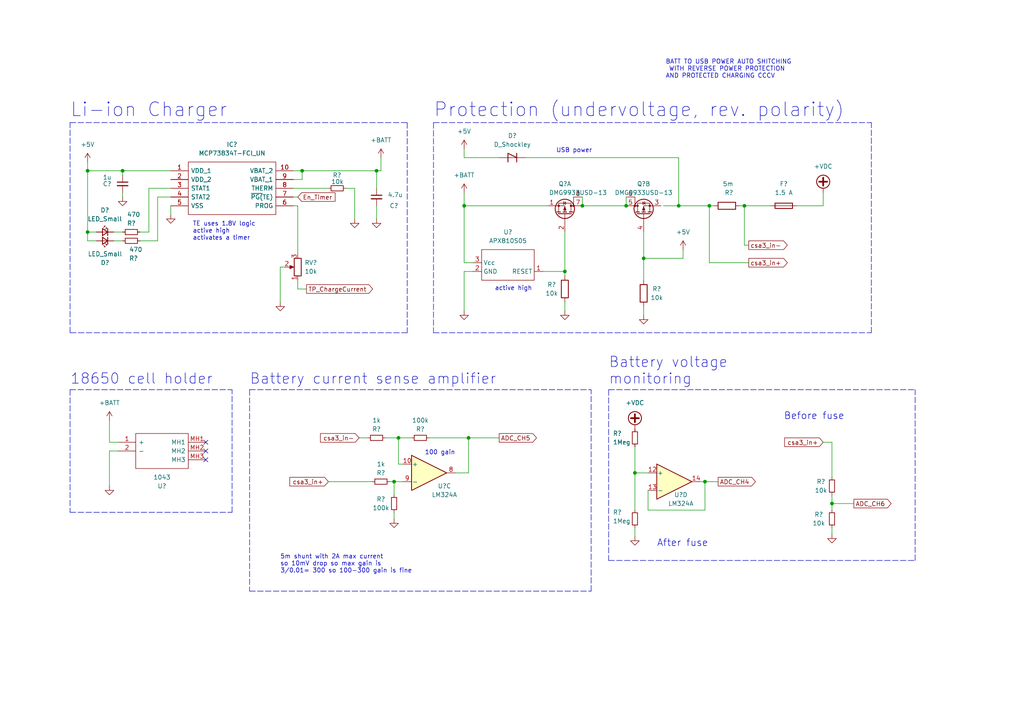
<source format=kicad_sch>
(kicad_sch (version 20211123) (generator eeschema)
  (paper "A4")
  (lib_symbols
    (symbol "Amplifier_Operational:LM324A" (pin_names (offset 0.127))
      (property "Reference" "U" (at 0 5.08 0))
      (property "Value" "LM324A" (at 0 -5.08 0))
      (symbol "LM324A_1_1"
        (polyline (pts (xy -5.08 5.08) (xy 5.08 0) (xy -5.08 -5.08) (xy -5.08 5.08)) (stroke (width 0.254)) (fill (type background)))
        (pin output line (at 7.62 0 180) (length 2.54) (name "~") (number "1"))
        (pin input line (at -7.62 -2.54 0) (length 2.54) (name "-") (number "2"))
        (pin input line (at -7.62 2.54 0) (length 2.54) (name "+") (number "3"))
      )
      (symbol "LM324A_2_1"
        (polyline (pts (xy -5.08 5.08) (xy 5.08 0) (xy -5.08 -5.08) (xy -5.08 5.08)) (stroke (width 0.254)) (fill (type background)))
        (pin input line (at -7.62 2.54 0) (length 2.54) (name "+") (number "5"))
        (pin input line (at -7.62 -2.54 0) (length 2.54) (name "-") (number "6"))
        (pin output line (at 7.62 0 180) (length 2.54) (name "~") (number "7"))
      )
      (symbol "LM324A_3_1"
        (polyline (pts (xy -5.08 5.08) (xy 5.08 0) (xy -5.08 -5.08) (xy -5.08 5.08)) (stroke (width 0.254)) (fill (type background)))
        (pin input line (at -7.62 2.54 0) (length 2.54) (name "+") (number "10"))
        (pin output line (at 7.62 0 180) (length 2.54) (name "~") (number "8"))
        (pin input line (at -7.62 -2.54 0) (length 2.54) (name "-") (number "9"))
      )
      (symbol "LM324A_4_1"
        (polyline (pts (xy -5.08 5.08) (xy 5.08 0) (xy -5.08 -5.08) (xy -5.08 5.08)) (stroke (width 0.254)) (fill (type background)))
        (pin input line (at -7.62 2.54 0) (length 2.54) (name "+") (number "12"))
        (pin input line (at -7.62 -2.54 0) (length 2.54) (name "-") (number "13"))
        (pin output line (at 7.62 0 180) (length 2.54) (name "~") (number "14"))
      )
      (symbol "LM324A_5_1"
        (pin power_in line (at -2.54 -7.62 90) (length 3.81) (name "V-") (number "11"))
        (pin power_in line (at -2.54 7.62 270) (length 3.81) (name "V+") (number "4"))
      )
    )
    (symbol "Device:C_Small" (pin_numbers hide) (pin_names (offset 0.254) hide)
      (property "Reference" "C" (at 0.254 1.778 0))
      (property "Value" "C_Small" (at 0.254 -2.032 0))
      (symbol "C_Small_0_1"
        (polyline (pts (xy -1.524 -0.508) (xy 1.524 -0.508)) (stroke (width 0.3302)))
        (polyline (pts (xy -1.524 0.508) (xy 1.524 0.508)) (stroke (width 0.3048)))
      )
      (symbol "C_Small_1_1"
        (pin passive line (at 0 2.54 270) (length 2.032) (name "~") (number "1"))
        (pin passive line (at 0 -2.54 90) (length 2.032) (name "~") (number "2"))
      )
    )
    (symbol "Device:D_Shockley" (pin_numbers hide) (pin_names (offset 1.016) hide)
      (property "Reference" "D" (at 0 2.54 0))
      (property "Value" "D_Shockley" (at 0 -2.54 0))
      (symbol "D_Shockley_0_1"
        (polyline (pts (xy -1.27 0) (xy 1.27 0)))
        (polyline (pts (xy -1.27 1.27) (xy -1.27 -1.27)) (stroke (width 0.254)))
        (polyline (pts (xy -1.27 0) (xy 1.27 1.27) (xy 1.27 -1.27)) (stroke (width 0.254)))
      )
      (symbol "D_Shockley_1_1"
        (pin passive line (at -3.81 0 0) (length 2.54) (name "K") (number "1"))
        (pin passive line (at 3.81 0 180) (length 2.54) (name "A") (number "2"))
      )
    )
    (symbol "Device:Fuse" (pin_numbers hide) (pin_names (offset 0))
      (property "Reference" "F" (at 2.032 0 90))
      (property "Value" "Fuse" (at -1.905 0 90))
      (symbol "Fuse_0_1"
        (rectangle (start -0.762 -2.54) (end 0.762 2.54) (stroke (width 0.254)))
        (polyline (pts (xy 0 2.54) (xy 0 -2.54)))
      )
      (symbol "Fuse_1_1"
        (pin passive line (at 0 3.81 270) (length 1.27) (name "~") (number "1"))
        (pin passive line (at 0 -3.81 90) (length 1.27) (name "~") (number "2"))
      )
    )
    (symbol "Device:LED_Small" (pin_numbers hide) (pin_names (offset 0.254) hide)
      (property "Reference" "D" (at -1.27 3.175 0))
      (property "Value" "LED_Small" (at -4.445 -2.54 0))
      (symbol "LED_Small_0_1"
        (polyline (pts (xy -0.762 -1.016) (xy -0.762 1.016)) (stroke (width 0.254)))
        (polyline (pts (xy 1.016 0) (xy -0.762 0)))
        (polyline (pts (xy 0.762 -1.016) (xy -0.762 0) (xy 0.762 1.016) (xy 0.762 -1.016)) (stroke (width 0.254)))
        (polyline (pts (xy 0 0.762) (xy -0.508 1.27) (xy -0.254 1.27) (xy -0.508 1.27) (xy -0.508 1.016)))
        (polyline (pts (xy 0.508 1.27) (xy 0 1.778) (xy 0.254 1.778) (xy 0 1.778) (xy 0 1.524)))
      )
      (symbol "LED_Small_1_1"
        (pin passive line (at -2.54 0 0) (length 1.778) (name "K") (number "1"))
        (pin passive line (at 2.54 0 180) (length 1.778) (name "A") (number "2"))
      )
    )
    (symbol "Device:Q_Dual_PMOS_S1G1S2G2D2D2D1D1" (pin_names (offset 0) hide)
      (property "Reference" "Q" (at 6.35 1.27 0))
      (property "Value" "Q_Dual_PMOS_S1G1S2G2D2D2D1D1" (at 21.59 -1.27 0))
      (symbol "Q_Dual_PMOS_S1G1S2G2D2D2D1D1_0_1"
        (polyline (pts (xy 0.254 0) (xy -2.54 0)))
        (polyline (pts (xy 0.254 1.905) (xy 0.254 -1.905)) (stroke (width 0.254)))
        (polyline (pts (xy 0.762 -1.27) (xy 0.762 -2.286)) (stroke (width 0.254)))
        (polyline (pts (xy 0.762 0.508) (xy 0.762 -0.508)) (stroke (width 0.254)))
        (polyline (pts (xy 0.762 2.286) (xy 0.762 1.27)) (stroke (width 0.254)))
        (polyline (pts (xy 2.54 2.54) (xy 2.54 1.778)))
        (polyline (pts (xy 2.54 -2.54) (xy 2.54 0) (xy 0.762 0)))
        (polyline (pts (xy 0.762 1.778) (xy 3.302 1.778) (xy 3.302 -1.778) (xy 0.762 -1.778)))
        (polyline (pts (xy 2.286 0) (xy 1.27 0.381) (xy 1.27 -0.381) (xy 2.286 0)) (fill (type outline)))
        (polyline (pts (xy 2.794 -0.508) (xy 2.921 -0.381) (xy 3.683 -0.381) (xy 3.81 -0.254)))
        (polyline (pts (xy 3.302 -0.381) (xy 2.921 0.254) (xy 3.683 0.254) (xy 3.302 -0.381)))
        (circle (center 1.651 0) (radius 2.794) (stroke (width 0.254)))
        (circle (center 2.54 -1.778) (radius 0.254) (fill (type outline)))
        (circle (center 2.54 1.778) (radius 0.254) (fill (type outline)))
        (circle (center 2.54 2.54) (radius 0.254) (fill (type outline)))
        (rectangle (start 5.08 2.54) (end 2.54 2.54))
      )
      (symbol "Q_Dual_PMOS_S1G1S2G2D2D2D1D1_1_1"
        (pin passive line (at 2.54 -5.08 90) (length 2.54) (name "S") (number "1"))
        (pin input line (at -5.08 0 0) (length 2.54) (name "G") (number "2"))
        (pin passive line (at 2.54 5.08 270) (length 2.54) (name "D") (number "7"))
        (pin passive line (at 5.08 5.08 270) (length 2.54) (name "G") (number "8"))
      )
      (symbol "Q_Dual_PMOS_S1G1S2G2D2D2D1D1_2_1"
        (pin passive line (at 2.54 -5.08 90) (length 2.54) (name "S") (number "3"))
        (pin input line (at -5.08 0 0) (length 2.54) (name "G") (number "4"))
        (pin passive line (at 2.54 5.08 270) (length 2.54) (name "D") (number "5"))
        (pin passive line (at 5.08 5.08 270) (length 2.54) (name "G") (number "6"))
      )
    )
    (symbol "Device:R" (pin_numbers hide) (pin_names (offset 0))
      (property "Reference" "R" (at 2.032 0 90))
      (property "Value" "R" (at 0 0 90))
      (symbol "R_0_1"
        (rectangle (start -1.016 -2.54) (end 1.016 2.54) (stroke (width 0.254)))
      )
      (symbol "R_1_1"
        (pin passive line (at 0 3.81 270) (length 1.27) (name "~") (number "1"))
        (pin passive line (at 0 -3.81 90) (length 1.27) (name "~") (number "2"))
      )
    )
    (symbol "Device:R_Potentiometer" (pin_names (offset 1.016) hide)
      (property "Reference" "RV" (at -4.445 0 90))
      (property "Value" "R_Potentiometer" (at -2.54 0 90))
      (symbol "R_Potentiometer_0_1"
        (polyline (pts (xy 2.54 0) (xy 1.524 0)))
        (polyline (pts (xy 1.143 0) (xy 2.286 0.508) (xy 2.286 -0.508) (xy 1.143 0)) (fill (type outline)))
        (rectangle (start 1.016 2.54) (end -1.016 -2.54) (stroke (width 0.254)))
      )
      (symbol "R_Potentiometer_1_1"
        (pin passive line (at 0 3.81 270) (length 1.27) (name "1") (number "1"))
        (pin passive line (at 3.81 0 180) (length 1.27) (name "2") (number "2"))
        (pin passive line (at 0 -3.81 90) (length 1.27) (name "3") (number "3"))
      )
    )
    (symbol "Device:R_Small" (pin_numbers hide) (pin_names (offset 0.254) hide)
      (property "Reference" "R" (at 0.762 0.508 0))
      (property "Value" "R_Small" (at 0.762 -1.016 0))
      (symbol "R_Small_0_1"
        (rectangle (start -0.762 1.778) (end 0.762 -1.778) (stroke (width 0.2032)))
      )
      (symbol "R_Small_1_1"
        (pin passive line (at 0 2.54 270) (length 0.762) (name "~") (number "1"))
        (pin passive line (at 0 -2.54 90) (length 0.762) (name "~") (number "2"))
      )
    )
    (symbol "My_custom_lib:APX810S05"
      (property "Reference" "U" (at 0 6.35 0))
      (property "Value" "APX810S05" (at 0 3.81 0))
      (symbol "APX810S05_0_1"
        (rectangle (start -6.35 5.08) (end 8.89 -3.81))
      )
      (symbol "APX810S05_1_1"
        (pin output line (at 11.43 -1.27 180) (length 2.54) (name "RESET") (number "1"))
        (pin power_in line (at -8.89 -1.27 0) (length 2.54) (name "GND") (number "2"))
        (pin power_in line (at -8.89 1.27 0) (length 2.54) (name "Vcc") (number "3"))
      )
    )
    (symbol "SamacSys_Parts:1043" (pin_names (offset 0.762))
      (property "Reference" "U" (at 10.16 7.62 0))
      (property "Value" "1043" (at 10.16 5.08 0))
      (symbol "1043_0_0"
        (pin passive line (at 0 0 0) (length 5.08) (name "+") (number "1"))
        (pin passive line (at 0 -2.54 0) (length 5.08) (name "-") (number "2"))
        (pin passive line (at 25.4 0 180) (length 5.08) (name "MH1") (number "MH1"))
        (pin passive line (at 25.4 -2.54 180) (length 5.08) (name "MH2") (number "MH2"))
        (pin passive line (at 25.4 -5.08 180) (length 5.08) (name "MH3") (number "MH3"))
      )
      (symbol "1043_0_1"
        (polyline (pts (xy 5.08 2.54) (xy 20.32 2.54) (xy 20.32 -7.62) (xy 5.08 -7.62) (xy 5.08 2.54)) (stroke (width 0.1524)))
      )
    )
    (symbol "SamacSys_Parts:MCP73834T-FCI_UN" (pin_names (offset 0.762))
      (property "Reference" "IC" (at 31.75 7.62 0))
      (property "Value" "MCP73834T-FCI_UN" (at 31.75 5.08 0))
      (symbol "MCP73834T-FCI_UN_0_0"
        (pin passive line (at 0 0 0) (length 5.08) (name "VDD_1") (number "1"))
        (pin passive line (at 35.56 0 180) (length 5.08) (name "VBAT_2") (number "10"))
        (pin passive line (at 0 -2.54 0) (length 5.08) (name "VDD_2") (number "2"))
        (pin passive line (at 0 -5.08 0) (length 5.08) (name "STAT1") (number "3"))
        (pin passive line (at 0 -7.62 0) (length 5.08) (name "STAT2") (number "4"))
        (pin passive line (at 0 -10.16 0) (length 5.08) (name "VSS") (number "5"))
        (pin passive line (at 35.56 -10.16 180) (length 5.08) (name "PROG") (number "6"))
        (pin passive line (at 35.56 -7.62 180) (length 5.08) (name "~{PG(}TE)") (number "7"))
        (pin passive line (at 35.56 -5.08 180) (length 5.08) (name "THERM") (number "8"))
        (pin passive line (at 35.56 -2.54 180) (length 5.08) (name "VBAT_1") (number "9"))
      )
      (symbol "MCP73834T-FCI_UN_0_1"
        (polyline (pts (xy 5.08 2.54) (xy 30.48 2.54) (xy 30.48 -12.7) (xy 5.08 -12.7) (xy 5.08 2.54)) (stroke (width 0.1524)))
      )
    )
    (symbol "power:+5V" (power) (pin_names (offset 0))
      (property "Value" "+5V" (at 0 3.556 0))
      (symbol "+5V_0_1"
        (polyline (pts (xy -0.762 1.27) (xy 0 2.54)))
        (polyline (pts (xy 0 0) (xy 0 2.54)))
        (polyline (pts (xy 0 2.54) (xy 0.762 1.27)))
      )
      (symbol "+5V_1_1"
        (pin power_in line (at 0 0 90) (length 0) hide (name "+5V") (number "1"))
      )
    )
    (symbol "power:+BATT" (power) (pin_names (offset 0))
      (property "Value" "+BATT" (at 0 3.556 0))
      (symbol "+BATT_0_1"
        (polyline (pts (xy -0.762 1.27) (xy 0 2.54)))
        (polyline (pts (xy 0 0) (xy 0 2.54)))
        (polyline (pts (xy 0 2.54) (xy 0.762 1.27)))
      )
      (symbol "+BATT_1_1"
        (pin power_in line (at 0 0 90) (length 0) hide (name "+BATT") (number "1"))
      )
    )
    (symbol "power:+VDC" (power) (pin_names (offset 0))
      (property "Value" "+VDC" (at 0 6.35 0))
      (symbol "+VDC_0_1"
        (polyline (pts (xy -1.143 3.175) (xy 1.143 3.175)) (stroke (width 0.508)))
        (polyline (pts (xy 0 0) (xy 0 1.27)))
        (polyline (pts (xy 0 2.032) (xy 0 4.318)) (stroke (width 0.508)))
        (circle (center 0 3.175) (radius 1.905) (stroke (width 0.254)))
      )
      (symbol "+VDC_1_1"
        (pin power_in line (at 0 0 90) (length 0) hide (name "+VDC") (number "1"))
      )
    )
    (symbol "power:GND" (power) (pin_names (offset 0))
      (property "Value" "GND" (at 0 -3.81 0))
      (symbol "GND_0_1"
        (polyline (pts (xy 0 0) (xy 0 -1.27) (xy 1.27 -1.27) (xy 0 -2.54) (xy -1.27 -1.27) (xy 0 -1.27)))
      )
      (symbol "GND_1_1"
        (pin power_in line (at 0 0 270) (length 0) hide (name "GND") (number "1"))
      )
    )
  )
  (junction (at 186.69 74.93))
  (junction (at 135.89 127))
  (junction (at 115.57 127))
  (junction (at 168.91 59.69))
  (junction (at 163.83 78.74))
  (junction (at 215.9 59.69))
  (junction (at 241.3 146.05))
  (junction (at 109.22 49.53))
  (junction (at 35.56 49.53))
  (junction (at 25.4 49.53))
  (junction (at 184.15 137.16))
  (junction (at 134.62 59.69))
  (junction (at 114.3 139.7))
  (junction (at 25.4 67.31))
  (junction (at 204.47 139.7))
  (junction (at 196.85 59.69))
  (junction (at 181.61 59.69))
  (junction (at 87.63 49.53))
  (junction (at 205.74 59.69))
  (no_connect (at 59.69 133.35))
  (no_connect (at 59.69 130.81))
  (no_connect (at 59.69 128.27))
  (wire (pts (xy 134.62 78.74) (xy 134.62 90.17)))
  (wire (pts (xy 86.36 59.69) (xy 85.09 59.69)))
  (wire (pts (xy 135.89 127) (xy 144.78 127)))
  (polyline (pts (xy 118.11 96.52) (xy 20.32 96.52)))
  (wire (pts (xy 35.56 50.8) (xy 35.56 49.53)))
  (polyline (pts (xy 176.53 162.56) (xy 265.43 162.56)))
  (wire (pts (xy 33.02 69.85) (xy 35.56 69.85)))
  (wire (pts (xy 109.22 49.53) (xy 110.49 49.53)))
  (wire (pts (xy 85.09 57.15) (xy 86.36 57.15)))
  (wire (pts (xy 134.62 76.2) (xy 137.16 76.2)))
  (polyline (pts (xy 252.73 96.52) (xy 252.73 35.56)))
  (wire (pts (xy 163.83 67.31) (xy 163.83 78.74)))
  (wire (pts (xy 134.62 59.69) (xy 134.62 76.2)))
  (wire (pts (xy 114.3 139.7) (xy 116.84 139.7)))
  (wire (pts (xy 163.83 87.63) (xy 163.83 90.17)))
  (wire (pts (xy 192.405 59.69) (xy 196.85 59.69)))
  (wire (pts (xy 231.14 59.69) (xy 238.76 59.69)))
  (wire (pts (xy 217.17 76.2) (xy 205.74 76.2)))
  (wire (pts (xy 134.62 55.88) (xy 134.62 59.69)))
  (wire (pts (xy 134.62 78.74) (xy 137.16 78.74)))
  (wire (pts (xy 25.4 46.99) (xy 25.4 49.53)))
  (wire (pts (xy 215.9 59.69) (xy 215.9 71.12)))
  (wire (pts (xy 204.47 139.7) (xy 203.2 139.7)))
  (wire (pts (xy 87.63 49.53) (xy 109.22 49.53)))
  (wire (pts (xy 205.74 59.69) (xy 207.01 59.69)))
  (wire (pts (xy 132.08 137.16) (xy 135.89 137.16)))
  (wire (pts (xy 110.49 45.72) (xy 110.49 49.53)))
  (wire (pts (xy 34.29 128.27) (xy 31.75 128.27)))
  (wire (pts (xy 205.74 76.2) (xy 205.74 59.69)))
  (wire (pts (xy 102.87 54.61) (xy 102.87 63.5)))
  (wire (pts (xy 111.76 127) (xy 115.57 127)))
  (wire (pts (xy 198.12 72.39) (xy 198.12 74.93)))
  (wire (pts (xy 102.87 54.61) (xy 100.33 54.61)))
  (wire (pts (xy 114.3 148.59) (xy 114.3 150.495)))
  (wire (pts (xy 95.25 139.7) (xy 107.95 139.7)))
  (wire (pts (xy 215.9 59.69) (xy 223.52 59.69)))
  (wire (pts (xy 187.96 147.955) (xy 187.96 142.24)))
  (wire (pts (xy 40.64 67.31) (xy 43.18 67.31)))
  (wire (pts (xy 204.47 139.7) (xy 204.47 147.955)))
  (polyline (pts (xy 118.11 35.56) (xy 118.11 96.52)))
  (wire (pts (xy 27.94 67.31) (xy 25.4 67.31)))
  (wire (pts (xy 109.22 54.61) (xy 109.22 49.53)))
  (wire (pts (xy 196.85 45.72) (xy 196.85 59.69)))
  (wire (pts (xy 134.62 59.69) (xy 158.75 59.69)))
  (polyline (pts (xy 20.32 148.59) (xy 67.31 148.59)))
  (wire (pts (xy 43.18 54.61) (xy 49.53 54.61)))
  (wire (pts (xy 157.48 78.74) (xy 163.83 78.74)))
  (wire (pts (xy 163.83 78.74) (xy 163.83 80.01)))
  (wire (pts (xy 35.56 55.88) (xy 35.56 57.15)))
  (wire (pts (xy 238.76 128.27) (xy 241.3 128.27)))
  (wire (pts (xy 25.4 49.53) (xy 35.56 49.53)))
  (polyline (pts (xy 72.39 171.45) (xy 171.45 171.45)))
  (wire (pts (xy 115.57 127) (xy 115.57 134.62)))
  (wire (pts (xy 204.47 147.955) (xy 187.96 147.955)))
  (wire (pts (xy 86.36 73.66) (xy 86.36 59.69)))
  (wire (pts (xy 104.14 127) (xy 106.68 127)))
  (wire (pts (xy 49.53 59.69) (xy 49.53 62.23)))
  (polyline (pts (xy 176.53 113.03) (xy 176.53 162.56)))
  (wire (pts (xy 87.63 49.53) (xy 85.09 49.53)))
  (polyline (pts (xy 125.73 96.52) (xy 252.73 96.52)))
  (wire (pts (xy 217.17 71.12) (xy 215.9 71.12)))
  (polyline (pts (xy 20.32 96.52) (xy 20.32 35.56)))
  (polyline (pts (xy 125.73 35.56) (xy 252.73 35.56)))
  (wire (pts (xy 152.4 45.72) (xy 196.85 45.72)))
  (wire (pts (xy 241.3 143.51) (xy 241.3 146.05)))
  (wire (pts (xy 196.85 59.69) (xy 205.74 59.69)))
  (wire (pts (xy 86.36 81.28) (xy 86.36 83.82)))
  (wire (pts (xy 124.46 127) (xy 135.89 127)))
  (wire (pts (xy 43.18 67.31) (xy 43.18 54.61)))
  (wire (pts (xy 45.72 69.85) (xy 45.72 57.15)))
  (wire (pts (xy 40.64 69.85) (xy 45.72 69.85)))
  (wire (pts (xy 241.3 128.27) (xy 241.3 138.43)))
  (polyline (pts (xy 20.32 35.56) (xy 118.11 35.56)))
  (wire (pts (xy 115.57 134.62) (xy 116.84 134.62)))
  (wire (pts (xy 186.69 74.93) (xy 198.12 74.93)))
  (wire (pts (xy 186.69 67.31) (xy 186.69 74.93)))
  (polyline (pts (xy 171.45 171.45) (xy 171.45 113.03)))
  (wire (pts (xy 186.69 88.9) (xy 186.69 91.44)))
  (wire (pts (xy 109.22 59.69) (xy 109.22 63.5)))
  (wire (pts (xy 135.89 137.16) (xy 135.89 127)))
  (wire (pts (xy 85.09 52.07) (xy 87.63 52.07)))
  (wire (pts (xy 45.72 57.15) (xy 49.53 57.15)))
  (wire (pts (xy 134.62 45.72) (xy 144.78 45.72)))
  (wire (pts (xy 81.28 77.47) (xy 82.55 77.47)))
  (wire (pts (xy 241.3 146.05) (xy 241.3 147.955)))
  (wire (pts (xy 168.91 59.69) (xy 181.61 59.69)))
  (wire (pts (xy 25.4 67.31) (xy 25.4 69.85)))
  (wire (pts (xy 31.75 128.27) (xy 31.75 121.92)))
  (wire (pts (xy 238.76 55.88) (xy 238.76 59.69)))
  (wire (pts (xy 33.02 67.31) (xy 35.56 67.31)))
  (wire (pts (xy 208.28 139.7) (xy 204.47 139.7)))
  (polyline (pts (xy 20.32 113.03) (xy 67.31 113.03)))
  (wire (pts (xy 31.75 130.81) (xy 34.29 130.81)))
  (polyline (pts (xy 176.53 113.03) (xy 265.43 113.03)))
  (wire (pts (xy 181.61 57.15) (xy 181.61 59.69)))
  (wire (pts (xy 184.15 153.035) (xy 184.15 155.575)))
  (polyline (pts (xy 72.39 113.03) (xy 72.39 171.45)))
  (wire (pts (xy 247.65 146.05) (xy 241.3 146.05)))
  (polyline (pts (xy 265.43 162.56) (xy 265.43 113.03)))
  (wire (pts (xy 113.03 139.7) (xy 114.3 139.7)))
  (wire (pts (xy 241.3 153.035) (xy 241.3 154.94)))
  (polyline (pts (xy 67.31 148.59) (xy 67.31 113.03)))
  (wire (pts (xy 25.4 69.85) (xy 27.94 69.85)))
  (wire (pts (xy 184.15 129.54) (xy 184.15 137.16)))
  (wire (pts (xy 87.63 52.07) (xy 87.63 49.53)))
  (polyline (pts (xy 72.39 113.03) (xy 171.45 113.03)))
  (wire (pts (xy 25.4 49.53) (xy 25.4 67.31)))
  (wire (pts (xy 114.3 139.7) (xy 114.3 143.51)))
  (wire (pts (xy 186.69 74.93) (xy 186.69 81.28)))
  (wire (pts (xy 31.75 140.97) (xy 31.75 130.81)))
  (wire (pts (xy 115.57 127) (xy 119.38 127)))
  (wire (pts (xy 134.62 43.18) (xy 134.62 45.72)))
  (wire (pts (xy 85.09 54.61) (xy 95.25 54.61)))
  (polyline (pts (xy 20.32 113.03) (xy 20.32 148.59)))
  (wire (pts (xy 214.63 59.69) (xy 215.9 59.69)))
  (polyline (pts (xy 125.73 35.56) (xy 125.73 96.52)))
  (wire (pts (xy 35.56 49.53) (xy 49.53 49.53)))
  (wire (pts (xy 168.91 57.15) (xy 168.91 59.69)))
  (wire (pts (xy 184.15 137.16) (xy 184.15 147.955)))
  (wire (pts (xy 187.96 137.16) (xy 184.15 137.16)))
  (wire (pts (xy 86.36 83.82) (xy 88.9 83.82)))
  (wire (pts (xy 81.28 87.63) (xy 81.28 77.47)))
  (text "TE uses 1.8V logic\nactive high\nactivates a timer" (at 55.88 69.85 0) (effects (font (size 1.27 1.27)) (justify left bottom)))
  (text "Li-ion Charger" (at 20.32 34.29 0) (effects (font (size 4 4)) (justify left bottom)))
  (text "BATT TO USB POWER AUTO SHITCHING\n WITH REVERSE POWER PROTECTION\nAND PROTECTED CHARGING CCCV" (at 193.04 22.86 0) (effects (font (size 1.27 1.27)) (justify left bottom)))
  (text "100 gain" (at 123.19 132.08 0) (effects (font (size 1.27 1.27)) (justify left bottom)))
  (text "Battery voltage\nmonitoring" (at 176.53 111.76 0) (effects (font (size 3 3)) (justify left bottom)))
  (text "5m shunt with 2A max current\nso 10mV drop so max gain is\n3/0.01= 300 so 100-300 gain is fine" (at 81.28 166.37 0) (effects (font (size 1.27 1.27)) (justify left bottom)))
  (text "Battery current sense amplifier" (at 72.39 111.76 0) (effects (font (size 3 3)) (justify left bottom)))
  (text "active high" (at 143.51 84.455 0) (effects (font (size 1.27 1.27)) (justify left bottom)))
  (text "After fuse" (at 190.5 158.75 0) (effects (font (size 2 2)) (justify left bottom)))
  (text "18650 cell holder" (at 20.32 111.76 0) (effects (font (size 3 3)) (justify left bottom)))
  (text "Before fuse" (at 227.33 121.92 0) (effects (font (size 2 2)) (justify left bottom)))
  (text "USB power" (at 161.29 44.45 0) (effects (font (size 1.27 1.27)) (justify left bottom)))
  (text "Protection (undervoltage, rev. polarity)" (at 125.73 34.29 0) (effects (font (size 4 4)) (justify left bottom)))
  (global_label "csa3_in+" (shape output) (at 217.17 76.2 0) (property "Intersheet References" "${INTERSHEET_REFS}" (effects hide)))
  (global_label "ADC_CH6" (shape output) (at 247.65 146.05 0) (property "Intersheet References" "${INTERSHEET_REFS}" (effects hide)))
  (global_label "ADC_CH5" (shape output) (at 144.78 127 0) (property "Intersheet References" "${INTERSHEET_REFS}" (effects hide)))
  (global_label "csa3_in-" (shape input) (at 104.14 127 180) (property "Intersheet References" "${INTERSHEET_REFS}" (effects hide)))
  (global_label "ADC_CH4" (shape output) (at 208.28 139.7 0) (property "Intersheet References" "${INTERSHEET_REFS}" (effects hide)))
  (global_label "En_Timer" (shape input) (at 86.36 57.15 0) (property "Intersheet References" "${INTERSHEET_REFS}" (effects hide)))
  (global_label "csa3_in-" (shape output) (at 217.17 71.12 0) (property "Intersheet References" "${INTERSHEET_REFS}" (effects hide)))
  (global_label "csa3_in+" (shape input) (at 95.25 139.7 180) (property "Intersheet References" "${INTERSHEET_REFS}" (effects hide)))
  (global_label "TP_ChargeCurrent" (shape output) (at 88.9 83.82 0) (property "Intersheet References" "${INTERSHEET_REFS}" (effects hide)))
  (global_label "csa3_in+" (shape input) (at 238.76 128.27 180) (property "Intersheet References" "${INTERSHEET_REFS}" (effects hide)))
  (symbol (lib_id "power:+5V") (at 25.4 46.99 0) (unit 1)
    (property "Reference" "#PWR?" (effects hide))
    (property "Value" "+5V" (at 25.4 41.91 0))
  )
  (symbol (lib_id "power:+VDC") (at 238.76 55.88 0) (unit 1)
    (property "Reference" "#PWR?" (effects hide))
    (property "Value" "+VDC" (at 238.76 48.26 0))
  )
  (symbol (lib_id "Device:LED_Small") (at 30.48 67.31 0) (mirror y) (unit 1)
    (property "Reference" "D?" (at 30.4165 60.96 0))
    (property "Value" "LED_Small" (at 30.4165 63.5 0))
    (property "Footprint" "LED_SMD:LED_0603_1608Metric_Pad1.05x0.95mm_HandSolder" (effects hide))
  )
  (symbol (lib_id "Device:R_Small") (at 184.15 150.495 0) (mirror x) (unit 1)
    (property "Reference" "R?" (at 180.34 148.59 0) (effects (justify right)))
    (property "Value" "1Meg" (at 182.88 151.13 0) (effects (justify right)))
    (property "Footprint" "Resistor_SMD:R_0603_1608Metric_Pad0.98x0.95mm_HandSolder" (effects hide))
  )
  (symbol (lib_id "power:GND") (at 35.56 57.15 0) (mirror y) (unit 1)
    (property "Reference" "#PWR?" (effects hide))
    (property "Value" "GND" (effects hide))
  )
  (symbol (lib_id "Device:R_Small") (at 38.1 67.31 90) (mirror x) (unit 1)
    (property "Reference" "R?" (at 36.83 64.77 90) (effects (justify right)))
    (property "Value" "470" (at 36.83 62.23 90) (effects (justify right)))
    (property "Footprint" "Resistor_SMD:R_0603_1608Metric_Pad0.98x0.95mm_HandSolder" (effects hide))
  )
  (symbol (lib_id "Device:R_Small") (at 241.3 150.495 0) (mirror x) (unit 1)
    (property "Reference" "R?" (at 237.49 149.225 0))
    (property "Value" "10k" (at 237.49 151.765 0))
    (property "Footprint" "Resistor_SMD:R_0603_1608Metric_Pad0.98x0.95mm_HandSolder" (effects hide))
  )
  (symbol (lib_id "Device:D_Shockley") (at 148.59 45.72 0) (mirror y) (unit 1)
    (property "Reference" "D?" (at 148.59 39.37 0))
    (property "Value" "D_Shockley" (at 148.59 41.91 0))
    (property "Footprint" "Diode_THT:D_DO-15_P5.08mm_Vertical_AnodeUp" (effects hide))
  )
  (symbol (lib_id "power:GND") (at 102.87 63.5 0) (mirror y) (unit 1)
    (property "Reference" "#PWR?" (effects hide))
    (property "Value" "GND" (effects hide))
  )
  (symbol (lib_id "Device:R_Small") (at 97.79 54.61 270) (mirror x) (unit 1)
    (property "Reference" "R?" (at 99.06 50.8 90) (effects (justify right)))
    (property "Value" "10k" (at 99.695 52.705 90) (effects (justify right)))
    (property "Footprint" "Resistor_SMD:R_0603_1608Metric_Pad0.98x0.95mm_HandSolder" (effects hide))
  )
  (symbol (lib_id "Device:C_Small") (at 35.56 53.34 0) (mirror y) (unit 1)
    (property "Reference" "C?" (at 32.385 53.34 0) (effects (justify left)))
    (property "Value" "1u" (at 32.385 51.435 0) (effects (justify left)))
    (property "Footprint" "Capacitor_SMD:C_0603_1608Metric_Pad1.08x0.95mm_HandSolder" (effects hide))
  )
  (symbol (lib_id "power:GND") (at 31.75 140.97 0) (mirror y) (unit 1)
    (property "Reference" "#PWR?" (effects hide))
    (property "Value" "GND" (effects hide))
  )
  (symbol (lib_id "Device:R_Small") (at 121.92 127 90) (mirror x) (unit 1)
    (property "Reference" "R?" (at 121.92 124.46 90))
    (property "Value" "100k" (at 121.92 121.92 90))
    (property "Footprint" "Resistor_SMD:R_0603_1608Metric_Pad0.98x0.95mm_HandSolder" (effects hide))
  )
  (symbol (lib_id "power:GND") (at 134.62 90.17 0) (unit 1)
    (property "Reference" "#PWR?" (effects hide))
    (property "Value" "GND" (effects hide))
  )
  (symbol (lib_id "power:GND") (at 163.83 90.17 0) (unit 1)
    (property "Reference" "#PWR?" (effects hide))
    (property "Value" "GND" (effects hide))
  )
  (symbol (lib_id "power:GND") (at 114.3 150.495 0) (unit 1)
    (property "Reference" "#PWR?" (effects hide))
    (property "Value" "GND" (effects hide))
  )
  (symbol (lib_id "SamacSys_Parts:MCP73834T-FCI_UN") (at 49.53 49.53 0) (unit 1)
    (property "Reference" "IC?" (at 67.31 41.91 0))
    (property "Value" "MCP73834T-FCI_UN" (at 67.31 44.45 0))
    (property "Footprint" "SamacSys_Parts:SOP50P490X110-10N" (effects hide))
    (property "Datasheet" "http://www.microchip.com/mymicrochip/filehandler.aspx?ddocname=en027983" (effects hide))
    (property "Description" "Battery Management Charge Management Controllers" (effects hide))
    (property "Height" "1.1" (effects hide))
    (property "Mouser Part Number" "579-MCP73834T-FCI/UN" (effects hide))
    (property "Mouser Price/Stock" "https://www.mouser.co.uk/ProductDetail/Microchip-Technology/MCP73834T-FCI-UN?qs=jZi1jxfVU96a9W8V17k8Cg%3D%3D" (effects hide))
    (property "Manufacturer_Name" "Microchip" (effects hide))
    (property "Manufacturer_Part_Number" "MCP73834T-FCI/UN" (effects hide))
  )
  (symbol (lib_id "Device:R_Small") (at 38.1 69.85 90) (mirror x) (unit 1)
    (property "Reference" "R?" (at 37.465 74.93 90) (effects (justify right)))
    (property "Value" "470" (at 37.465 72.39 90) (effects (justify right)))
    (property "Footprint" "Resistor_SMD:R_0603_1608Metric_Pad0.98x0.95mm_HandSolder" (effects hide))
  )
  (symbol (lib_id "power:+5V") (at 134.62 43.18 0) (unit 1)
    (property "Reference" "#PWR?" (effects hide))
    (property "Value" "+5V" (at 134.62 38.1 0))
  )
  (symbol (lib_id "Device:R") (at 210.82 59.69 90) (unit 1)
    (property "Reference" "R?" (at 212.725 55.88 90) (effects (justify left)))
    (property "Value" "5m" (at 212.725 53.34 90) (effects (justify left)))
    (property "Footprint" "Resistor_SMD:R_0612_1632Metric_Pad1.18x3.40mm_HandSolder" (effects hide))
    (property "Datasheet" "https://ro.mouser.com/ProductDetail/Vishay/WFCP06125L000FE66?qs=sGAEpiMZZMtlubZbdhIBIJBDgjsVQBFlUYEtiJor9t8%3D" (effects hide))
  )
  (symbol (lib_id "power:+BATT") (at 134.62 55.88 0) (unit 1)
    (property "Reference" "#PWR?" (effects hide))
    (property "Value" "+BATT" (at 134.62 50.8 0))
  )
  (symbol (lib_id "Amplifier_Operational:LM324A") (at 195.58 139.7 0) (unit 4)
    (property "Reference" "U?" (at 197.485 143.51 0))
    (property "Value" "LM324A" (at 197.485 146.05 0))
    (property "Footprint" "Package_SO:SOIC-14_3.9x8.7mm_P1.27mm" (effects hide))
    (property "Datasheet" "http://www.ti.com/lit/ds/symlink/lm2902-n.pdf" (effects hide))
  )
  (symbol (lib_id "Device:LED_Small") (at 30.48 69.85 180) (unit 1)
    (property "Reference" "D?" (at 30.48 76.2 0))
    (property "Value" "LED_Small" (at 30.48 73.66 0))
    (property "Footprint" "LED_SMD:LED_0603_1608Metric_Pad1.05x0.95mm_HandSolder" (effects hide))
  )
  (symbol (lib_id "Device:Q_Dual_PMOS_S1G1S2G2D2D2D1D1") (at 163.83 62.23 270) (mirror x) (unit 1)
    (property "Reference" "Q?" (at 163.83 53.34 90))
    (property "Value" "DMG9933USD-13" (at 167.64 55.88 90))
    (property "Footprint" "SamacSys_Parts:SOIC127P600X175-8N" (effects hide))
    (property "Datasheet" "https://www.diodes.com/assets/Datasheets/ds32085.pdf" (effects hide))
    (property "Description" "Trans MOSFET P-CH 20V 4.6A Automotive 8-Pin SO T/R" (effects hide))
    (property "Height" "1.75" (effects hide))
    (property "Mouser Part Number" "621-DMG9933USD-13" (effects hide))
    (property "Mouser Price/Stock" "https://www.mouser.co.uk/ProductDetail/Diodes-Incorporated/DMG9933USD-13?qs=sJ%252BpcIzCtBhDoyIe%2Fd9Cxg%3D%3D" (effects hide))
    (property "Manufacturer_Name" "Diodes Inc." (effects hide))
    (property "Manufacturer_Part_Number" "DMG9933USD-13" (effects hide))
  )
  (symbol (lib_id "Amplifier_Operational:LM324A") (at 124.46 137.16 0) (unit 3)
    (property "Reference" "U?" (at 128.905 140.97 0))
    (property "Value" "LM324A" (at 128.905 143.51 0))
    (property "Footprint" "Package_SO:SOIC-14_3.9x8.7mm_P1.27mm" (effects hide))
    (property "Datasheet" "http://www.ti.com/lit/ds/symlink/lm2902-n.pdf" (effects hide))
  )
  (symbol (lib_id "power:GND") (at 186.69 91.44 0) (unit 1)
    (property "Reference" "#PWR?" (effects hide))
    (property "Value" "GND" (effects hide))
  )
  (symbol (lib_id "Device:R") (at 163.83 83.82 0) (mirror x) (unit 1)
    (property "Reference" "R?" (at 160.02 82.55 0))
    (property "Value" "10k" (at 160.02 85.09 0))
    (property "Footprint" "Resistor_SMD:R_0603_1608Metric_Pad0.98x0.95mm_HandSolder" (effects hide))
  )
  (symbol (lib_id "Device:R_Small") (at 241.3 140.97 0) (mirror x) (unit 1)
    (property "Reference" "R?" (at 238.125 139.7 0))
    (property "Value" "10k" (at 238.125 142.24 0))
    (property "Footprint" "Resistor_SMD:R_0603_1608Metric_Pad0.98x0.95mm_HandSolder" (effects hide))
  )
  (symbol (lib_id "power:GND") (at 241.3 154.94 0) (unit 1)
    (property "Reference" "#PWR?" (effects hide))
    (property "Value" "GND" (effects hide))
  )
  (symbol (lib_id "Device:R_Small") (at 114.3 146.05 0) (mirror x) (unit 1)
    (property "Reference" "R?" (at 110.49 144.78 0))
    (property "Value" "100k" (at 110.49 147.32 0))
    (property "Footprint" "Resistor_SMD:R_0603_1608Metric_Pad0.98x0.95mm_HandSolder" (effects hide))
  )
  (symbol (lib_id "power:GND") (at 49.53 62.23 0) (unit 1)
    (property "Reference" "#PWR?" (effects hide))
    (property "Value" "GND" (effects hide))
  )
  (symbol (lib_id "Device:C_Small") (at 109.22 57.15 0) (mirror y) (unit 1)
    (property "Reference" "C?" (at 115.57 59.69 0) (effects (justify left)))
    (property "Value" "4.7u" (at 116.84 56.515 0) (effects (justify left)))
    (property "Footprint" "Capacitor_SMD:C_0603_1608Metric_Pad1.08x0.95mm_HandSolder" (effects hide))
  )
  (symbol (lib_id "power:+BATT") (at 110.49 45.72 0) (unit 1)
    (property "Reference" "#PWR?" (effects hide))
    (property "Value" "+BATT" (at 110.49 40.64 0))
  )
  (symbol (lib_id "Device:R") (at 186.69 85.09 0) (mirror x) (unit 1)
    (property "Reference" "R?" (at 190.5 83.82 0))
    (property "Value" "10k" (at 190.5 86.36 0))
    (property "Footprint" "Resistor_SMD:R_0603_1608Metric_Pad0.98x0.95mm_HandSolder" (effects hide))
  )
  (symbol (lib_id "power:+BATT") (at 31.75 121.92 0) (unit 1)
    (property "Reference" "#PWR?" (effects hide))
    (property "Value" "+BATT" (at 31.75 116.84 0))
  )
  (symbol (lib_id "SamacSys_Parts:1043") (at 34.29 128.27 0) (unit 1)
    (property "Reference" "U?" (at 46.99 140.97 0))
    (property "Value" "1043" (at 46.99 138.43 0))
    (property "Footprint" "SamacSys_Parts:1043" (effects hide))
    (property "Datasheet" "http://www.keyelco.com/product-pdf.cfm?p=919" (effects hide))
    (property "Description" "KEYSTONE - 1043 - BATTERY HOLDER, 18650, TH" (effects hide))
    (property "Height" "14.86" (effects hide))
    (property "Mouser Part Number" "534-1043" (effects hide))
    (property "Mouser Price/Stock" "https://www.mouser.co.uk/ProductDetail/Keystone-Electronics/1043?qs=%2F7TOpeL5Mz6j%2FnxeOA1rsg%3D%3D" (effects hide))
    (property "Manufacturer_Name" "Keystone Electronics" (effects hide))
    (property "Manufacturer_Part_Number" "1043" (effects hide))
  )
  (symbol (lib_id "Device:R_Small") (at 110.49 139.7 90) (mirror x) (unit 1)
    (property "Reference" "R?" (at 110.49 137.16 90))
    (property "Value" "1k" (at 110.49 134.62 90))
    (property "Footprint" "Resistor_SMD:R_0603_1608Metric_Pad0.98x0.95mm_HandSolder" (effects hide))
  )
  (symbol (lib_id "power:+VDC") (at 184.15 124.46 0) (unit 1)
    (property "Reference" "#PWR?" (effects hide))
    (property "Value" "+VDC" (at 184.15 116.84 0))
  )
  (symbol (lib_id "power:GND") (at 81.28 87.63 0) (mirror y) (unit 1)
    (property "Reference" "#PWR?" (effects hide))
    (property "Value" "GND" (effects hide))
  )
  (symbol (lib_id "power:+5V") (at 198.12 72.39 0) (unit 1)
    (property "Reference" "#PWR?" (effects hide))
    (property "Value" "+5V" (at 198.12 67.31 0))
  )
  (symbol (lib_id "power:GND") (at 184.15 155.575 0) (mirror y) (unit 1)
    (property "Reference" "#PWR?" (effects hide))
    (property "Value" "GND" (effects hide))
  )
  (symbol (lib_id "Device:R_Potentiometer") (at 86.36 77.47 180) (unit 1)
    (property "Reference" "RV?" (at 90.17 76.2 0))
    (property "Value" "10k" (at 90.17 78.74 0))
    (property "Footprint" "Potentiometer_THT:Potentiometer_Bourns_3386F_Vertical" (effects hide))
  )
  (symbol (lib_id "Device:R_Small") (at 109.22 127 90) (mirror x) (unit 1)
    (property "Reference" "R?" (at 109.22 124.46 90))
    (property "Value" "1k" (at 109.22 121.92 90))
    (property "Footprint" "Resistor_SMD:R_0603_1608Metric_Pad0.98x0.95mm_HandSolder" (effects hide))
  )
  (symbol (lib_id "Device:R_Small") (at 184.15 127 0) (mirror x) (unit 1)
    (property "Reference" "R?" (at 180.34 125.73 0) (effects (justify right)))
    (property "Value" "1Meg" (at 182.88 128.27 0) (effects (justify right)))
    (property "Footprint" "Resistor_SMD:R_0603_1608Metric_Pad0.98x0.95mm_HandSolder" (effects hide))
  )
  (symbol (lib_id "My_custom_lib:APX810S05") (at 146.05 77.47 0) (unit 1)
    (property "Reference" "U?" (at 147.32 67.31 0))
    (property "Value" "APX810S05" (at 147.32 69.85 0))
    (property "Footprint" "Package_TO_SOT_SMD:SOT-23" (effects hide))
  )
  (symbol (lib_id "power:GND") (at 109.22 63.5 0) (mirror y) (unit 1)
    (property "Reference" "#PWR?" (effects hide))
    (property "Value" "GND" (effects hide))
  )
  (symbol (lib_id "Device:Q_Dual_PMOS_S1G1S2G2D2D2D1D1") (at 186.69 62.23 90) (unit 2)
    (property "Reference" "Q?" (at 186.69 53.34 90))
    (property "Value" "DMG9933USD-13" (at 186.69 55.88 90))
    (property "Footprint" "SamacSys_Parts:SOIC127P600X175-8N" (effects hide))
    (property "Datasheet" "https://www.diodes.com/assets/Datasheets/ds32085.pdf" (effects hide))
    (property "Description" "Trans MOSFET P-CH 20V 4.6A Automotive 8-Pin SO T/R" (effects hide))
    (property "Height" "1.75" (effects hide))
    (property "Mouser Part Number" "621-DMG9933USD-13" (effects hide))
    (property "Mouser Price/Stock" "https://www.mouser.co.uk/ProductDetail/Diodes-Incorporated/DMG9933USD-13?qs=sJ%252BpcIzCtBhDoyIe%2Fd9Cxg%3D%3D" (effects hide))
    (property "Manufacturer_Name" "Diodes Inc." (effects hide))
    (property "Manufacturer_Part_Number" "DMG9933USD-13" (effects hide))
  )
  (symbol (lib_id "Device:Fuse") (at 227.33 59.69 90) (unit 1)
    (property "Reference" "F?" (at 227.33 53.34 90))
    (property "Value" "1.5 A" (at 227.33 55.88 90))
    (property "Footprint" "Fuse:Fuse_0603_1608Metric_Pad1.05x0.95mm_HandSolder" (effects hide))
  )
)
</source>
